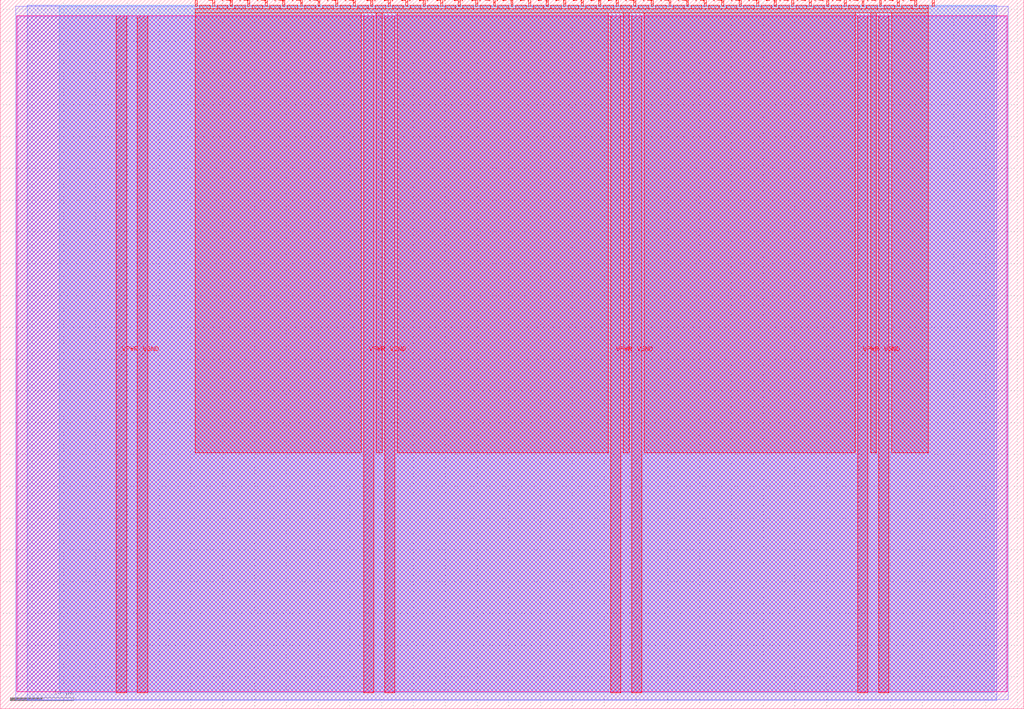
<source format=lef>
VERSION 5.7 ;
  NOWIREEXTENSIONATPIN ON ;
  DIVIDERCHAR "/" ;
  BUSBITCHARS "[]" ;
MACRO tt_um_devmonk_ay8913
  CLASS BLOCK ;
  FOREIGN tt_um_devmonk_ay8913 ;
  ORIGIN 0.000 0.000 ;
  SIZE 161.000 BY 111.520 ;
  PIN VGND
    DIRECTION INOUT ;
    USE GROUND ;
    PORT
      LAYER met4 ;
        RECT 21.580 2.480 23.180 109.040 ;
    END
    PORT
      LAYER met4 ;
        RECT 60.450 2.480 62.050 109.040 ;
    END
    PORT
      LAYER met4 ;
        RECT 99.320 2.480 100.920 109.040 ;
    END
    PORT
      LAYER met4 ;
        RECT 138.190 2.480 139.790 109.040 ;
    END
  END VGND
  PIN VPWR
    DIRECTION INOUT ;
    USE POWER ;
    PORT
      LAYER met4 ;
        RECT 18.280 2.480 19.880 109.040 ;
    END
    PORT
      LAYER met4 ;
        RECT 57.150 2.480 58.750 109.040 ;
    END
    PORT
      LAYER met4 ;
        RECT 96.020 2.480 97.620 109.040 ;
    END
    PORT
      LAYER met4 ;
        RECT 134.890 2.480 136.490 109.040 ;
    END
  END VPWR
  PIN clk
    DIRECTION INPUT ;
    USE SIGNAL ;
    ANTENNAGATEAREA 0.852000 ;
    PORT
      LAYER met4 ;
        RECT 143.830 110.520 144.130 111.520 ;
    END
  END clk
  PIN ena
    DIRECTION INPUT ;
    USE SIGNAL ;
    PORT
      LAYER met4 ;
        RECT 146.590 110.520 146.890 111.520 ;
    END
  END ena
  PIN rst_n
    DIRECTION INPUT ;
    USE SIGNAL ;
    ANTENNAGATEAREA 0.126000 ;
    PORT
      LAYER met4 ;
        RECT 141.070 110.520 141.370 111.520 ;
    END
  END rst_n
  PIN ui_in[0]
    DIRECTION INPUT ;
    USE SIGNAL ;
    ANTENNAGATEAREA 0.196500 ;
    PORT
      LAYER met4 ;
        RECT 138.310 110.520 138.610 111.520 ;
    END
  END ui_in[0]
  PIN ui_in[1]
    DIRECTION INPUT ;
    USE SIGNAL ;
    ANTENNAGATEAREA 0.196500 ;
    PORT
      LAYER met4 ;
        RECT 135.550 110.520 135.850 111.520 ;
    END
  END ui_in[1]
  PIN ui_in[2]
    DIRECTION INPUT ;
    USE SIGNAL ;
    ANTENNAGATEAREA 0.196500 ;
    PORT
      LAYER met4 ;
        RECT 132.790 110.520 133.090 111.520 ;
    END
  END ui_in[2]
  PIN ui_in[3]
    DIRECTION INPUT ;
    USE SIGNAL ;
    ANTENNAGATEAREA 0.196500 ;
    PORT
      LAYER met4 ;
        RECT 130.030 110.520 130.330 111.520 ;
    END
  END ui_in[3]
  PIN ui_in[4]
    DIRECTION INPUT ;
    USE SIGNAL ;
    ANTENNAGATEAREA 0.196500 ;
    PORT
      LAYER met4 ;
        RECT 127.270 110.520 127.570 111.520 ;
    END
  END ui_in[4]
  PIN ui_in[5]
    DIRECTION INPUT ;
    USE SIGNAL ;
    ANTENNAGATEAREA 0.159000 ;
    PORT
      LAYER met4 ;
        RECT 124.510 110.520 124.810 111.520 ;
    END
  END ui_in[5]
  PIN ui_in[6]
    DIRECTION INPUT ;
    USE SIGNAL ;
    ANTENNAGATEAREA 0.159000 ;
    PORT
      LAYER met4 ;
        RECT 121.750 110.520 122.050 111.520 ;
    END
  END ui_in[6]
  PIN ui_in[7]
    DIRECTION INPUT ;
    USE SIGNAL ;
    ANTENNAGATEAREA 0.159000 ;
    PORT
      LAYER met4 ;
        RECT 118.990 110.520 119.290 111.520 ;
    END
  END ui_in[7]
  PIN uio_in[0]
    DIRECTION INPUT ;
    USE SIGNAL ;
    ANTENNAGATEAREA 0.196500 ;
    PORT
      LAYER met4 ;
        RECT 116.230 110.520 116.530 111.520 ;
    END
  END uio_in[0]
  PIN uio_in[1]
    DIRECTION INPUT ;
    USE SIGNAL ;
    ANTENNAGATEAREA 0.196500 ;
    PORT
      LAYER met4 ;
        RECT 113.470 110.520 113.770 111.520 ;
    END
  END uio_in[1]
  PIN uio_in[2]
    DIRECTION INPUT ;
    USE SIGNAL ;
    ANTENNAGATEAREA 0.196500 ;
    PORT
      LAYER met4 ;
        RECT 110.710 110.520 111.010 111.520 ;
    END
  END uio_in[2]
  PIN uio_in[3]
    DIRECTION INPUT ;
    USE SIGNAL ;
    ANTENNAGATEAREA 0.196500 ;
    PORT
      LAYER met4 ;
        RECT 107.950 110.520 108.250 111.520 ;
    END
  END uio_in[3]
  PIN uio_in[4]
    DIRECTION INPUT ;
    USE SIGNAL ;
    PORT
      LAYER met4 ;
        RECT 105.190 110.520 105.490 111.520 ;
    END
  END uio_in[4]
  PIN uio_in[5]
    DIRECTION INPUT ;
    USE SIGNAL ;
    PORT
      LAYER met4 ;
        RECT 102.430 110.520 102.730 111.520 ;
    END
  END uio_in[5]
  PIN uio_in[6]
    DIRECTION INPUT ;
    USE SIGNAL ;
    PORT
      LAYER met4 ;
        RECT 99.670 110.520 99.970 111.520 ;
    END
  END uio_in[6]
  PIN uio_in[7]
    DIRECTION INPUT ;
    USE SIGNAL ;
    PORT
      LAYER met4 ;
        RECT 96.910 110.520 97.210 111.520 ;
    END
  END uio_in[7]
  PIN uio_oe[0]
    DIRECTION OUTPUT ;
    USE SIGNAL ;
    PORT
      LAYER met4 ;
        RECT 49.990 110.520 50.290 111.520 ;
    END
  END uio_oe[0]
  PIN uio_oe[1]
    DIRECTION OUTPUT ;
    USE SIGNAL ;
    PORT
      LAYER met4 ;
        RECT 47.230 110.520 47.530 111.520 ;
    END
  END uio_oe[1]
  PIN uio_oe[2]
    DIRECTION OUTPUT ;
    USE SIGNAL ;
    PORT
      LAYER met4 ;
        RECT 44.470 110.520 44.770 111.520 ;
    END
  END uio_oe[2]
  PIN uio_oe[3]
    DIRECTION OUTPUT ;
    USE SIGNAL ;
    PORT
      LAYER met4 ;
        RECT 41.710 110.520 42.010 111.520 ;
    END
  END uio_oe[3]
  PIN uio_oe[4]
    DIRECTION OUTPUT ;
    USE SIGNAL ;
    PORT
      LAYER met4 ;
        RECT 38.950 110.520 39.250 111.520 ;
    END
  END uio_oe[4]
  PIN uio_oe[5]
    DIRECTION OUTPUT ;
    USE SIGNAL ;
    PORT
      LAYER met4 ;
        RECT 36.190 110.520 36.490 111.520 ;
    END
  END uio_oe[5]
  PIN uio_oe[6]
    DIRECTION OUTPUT ;
    USE SIGNAL ;
    PORT
      LAYER met4 ;
        RECT 33.430 110.520 33.730 111.520 ;
    END
  END uio_oe[6]
  PIN uio_oe[7]
    DIRECTION OUTPUT ;
    USE SIGNAL ;
    PORT
      LAYER met4 ;
        RECT 30.670 110.520 30.970 111.520 ;
    END
  END uio_oe[7]
  PIN uio_out[0]
    DIRECTION OUTPUT ;
    USE SIGNAL ;
    PORT
      LAYER met4 ;
        RECT 72.070 110.520 72.370 111.520 ;
    END
  END uio_out[0]
  PIN uio_out[1]
    DIRECTION OUTPUT ;
    USE SIGNAL ;
    PORT
      LAYER met4 ;
        RECT 69.310 110.520 69.610 111.520 ;
    END
  END uio_out[1]
  PIN uio_out[2]
    DIRECTION OUTPUT ;
    USE SIGNAL ;
    PORT
      LAYER met4 ;
        RECT 66.550 110.520 66.850 111.520 ;
    END
  END uio_out[2]
  PIN uio_out[3]
    DIRECTION OUTPUT ;
    USE SIGNAL ;
    PORT
      LAYER met4 ;
        RECT 63.790 110.520 64.090 111.520 ;
    END
  END uio_out[3]
  PIN uio_out[4]
    DIRECTION OUTPUT ;
    USE SIGNAL ;
    ANTENNADIFFAREA 0.795200 ;
    PORT
      LAYER met4 ;
        RECT 61.030 110.520 61.330 111.520 ;
    END
  END uio_out[4]
  PIN uio_out[5]
    DIRECTION OUTPUT ;
    USE SIGNAL ;
    ANTENNADIFFAREA 0.795200 ;
    PORT
      LAYER met4 ;
        RECT 58.270 110.520 58.570 111.520 ;
    END
  END uio_out[5]
  PIN uio_out[6]
    DIRECTION OUTPUT ;
    USE SIGNAL ;
    ANTENNADIFFAREA 0.795200 ;
    PORT
      LAYER met4 ;
        RECT 55.510 110.520 55.810 111.520 ;
    END
  END uio_out[6]
  PIN uio_out[7]
    DIRECTION OUTPUT ;
    USE SIGNAL ;
    ANTENNADIFFAREA 0.445500 ;
    PORT
      LAYER met4 ;
        RECT 52.750 110.520 53.050 111.520 ;
    END
  END uio_out[7]
  PIN uo_out[0]
    DIRECTION OUTPUT ;
    USE SIGNAL ;
    ANTENNADIFFAREA 1.431000 ;
    PORT
      LAYER met4 ;
        RECT 94.150 110.520 94.450 111.520 ;
    END
  END uo_out[0]
  PIN uo_out[1]
    DIRECTION OUTPUT ;
    USE SIGNAL ;
    ANTENNADIFFAREA 0.891000 ;
    PORT
      LAYER met4 ;
        RECT 91.390 110.520 91.690 111.520 ;
    END
  END uo_out[1]
  PIN uo_out[2]
    DIRECTION OUTPUT ;
    USE SIGNAL ;
    ANTENNADIFFAREA 0.891000 ;
    PORT
      LAYER met4 ;
        RECT 88.630 110.520 88.930 111.520 ;
    END
  END uo_out[2]
  PIN uo_out[3]
    DIRECTION OUTPUT ;
    USE SIGNAL ;
    ANTENNADIFFAREA 0.891000 ;
    PORT
      LAYER met4 ;
        RECT 85.870 110.520 86.170 111.520 ;
    END
  END uo_out[3]
  PIN uo_out[4]
    DIRECTION OUTPUT ;
    USE SIGNAL ;
    ANTENNADIFFAREA 0.891000 ;
    PORT
      LAYER met4 ;
        RECT 83.110 110.520 83.410 111.520 ;
    END
  END uo_out[4]
  PIN uo_out[5]
    DIRECTION OUTPUT ;
    USE SIGNAL ;
    ANTENNADIFFAREA 0.891000 ;
    PORT
      LAYER met4 ;
        RECT 80.350 110.520 80.650 111.520 ;
    END
  END uo_out[5]
  PIN uo_out[6]
    DIRECTION OUTPUT ;
    USE SIGNAL ;
    ANTENNADIFFAREA 1.431000 ;
    PORT
      LAYER met4 ;
        RECT 77.590 110.520 77.890 111.520 ;
    END
  END uo_out[6]
  PIN uo_out[7]
    DIRECTION OUTPUT ;
    USE SIGNAL ;
    ANTENNAGATEAREA 0.247500 ;
    ANTENNADIFFAREA 0.891000 ;
    PORT
      LAYER met4 ;
        RECT 74.830 110.520 75.130 111.520 ;
    END
  END uo_out[7]
  OBS
      LAYER nwell ;
        RECT 2.570 2.635 158.430 108.990 ;
      LAYER li1 ;
        RECT 2.760 2.635 158.240 108.885 ;
      LAYER met1 ;
        RECT 2.460 1.400 158.540 110.460 ;
      LAYER met2 ;
        RECT 4.240 1.370 156.760 110.685 ;
      LAYER met3 ;
        RECT 9.265 2.555 156.335 110.665 ;
      LAYER met4 ;
        RECT 31.370 110.120 33.030 110.665 ;
        RECT 34.130 110.120 35.790 110.665 ;
        RECT 36.890 110.120 38.550 110.665 ;
        RECT 39.650 110.120 41.310 110.665 ;
        RECT 42.410 110.120 44.070 110.665 ;
        RECT 45.170 110.120 46.830 110.665 ;
        RECT 47.930 110.120 49.590 110.665 ;
        RECT 50.690 110.120 52.350 110.665 ;
        RECT 53.450 110.120 55.110 110.665 ;
        RECT 56.210 110.120 57.870 110.665 ;
        RECT 58.970 110.120 60.630 110.665 ;
        RECT 61.730 110.120 63.390 110.665 ;
        RECT 64.490 110.120 66.150 110.665 ;
        RECT 67.250 110.120 68.910 110.665 ;
        RECT 70.010 110.120 71.670 110.665 ;
        RECT 72.770 110.120 74.430 110.665 ;
        RECT 75.530 110.120 77.190 110.665 ;
        RECT 78.290 110.120 79.950 110.665 ;
        RECT 81.050 110.120 82.710 110.665 ;
        RECT 83.810 110.120 85.470 110.665 ;
        RECT 86.570 110.120 88.230 110.665 ;
        RECT 89.330 110.120 90.990 110.665 ;
        RECT 92.090 110.120 93.750 110.665 ;
        RECT 94.850 110.120 96.510 110.665 ;
        RECT 97.610 110.120 99.270 110.665 ;
        RECT 100.370 110.120 102.030 110.665 ;
        RECT 103.130 110.120 104.790 110.665 ;
        RECT 105.890 110.120 107.550 110.665 ;
        RECT 108.650 110.120 110.310 110.665 ;
        RECT 111.410 110.120 113.070 110.665 ;
        RECT 114.170 110.120 115.830 110.665 ;
        RECT 116.930 110.120 118.590 110.665 ;
        RECT 119.690 110.120 121.350 110.665 ;
        RECT 122.450 110.120 124.110 110.665 ;
        RECT 125.210 110.120 126.870 110.665 ;
        RECT 127.970 110.120 129.630 110.665 ;
        RECT 130.730 110.120 132.390 110.665 ;
        RECT 133.490 110.120 135.150 110.665 ;
        RECT 136.250 110.120 137.910 110.665 ;
        RECT 139.010 110.120 140.670 110.665 ;
        RECT 141.770 110.120 143.430 110.665 ;
        RECT 144.530 110.120 145.985 110.665 ;
        RECT 30.655 109.440 145.985 110.120 ;
        RECT 30.655 40.295 56.750 109.440 ;
        RECT 59.150 40.295 60.050 109.440 ;
        RECT 62.450 40.295 95.620 109.440 ;
        RECT 98.020 40.295 98.920 109.440 ;
        RECT 101.320 40.295 134.490 109.440 ;
        RECT 136.890 40.295 137.790 109.440 ;
        RECT 140.190 40.295 145.985 109.440 ;
  END
END tt_um_devmonk_ay8913
END LIBRARY


</source>
